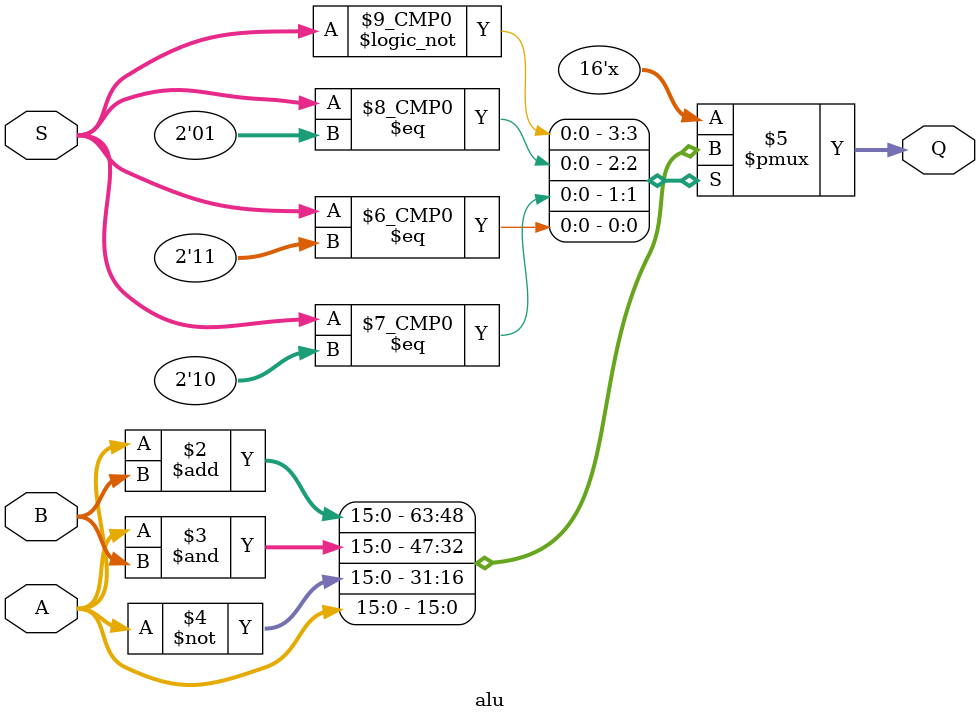
<source format=sv>
module alu (input logic [15:0] A, B,
				input logic [1:0] S,
				output logic [15:0] Q);
	always_comb
	begin
		case (S)
		2'b00:
			Q = A + B;
		2'b01:
			Q = A & B;
		2'b10:
			Q = ~A;
		2'b11:
			Q = A;
		endcase
	end
	
endmodule

</source>
